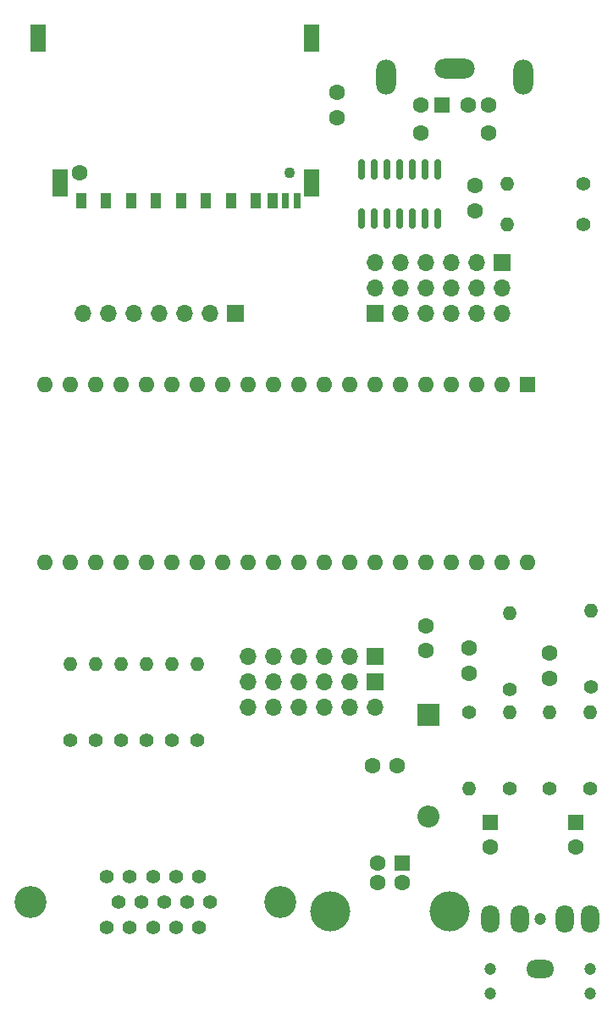
<source format=gts>
G04 #@! TF.GenerationSoftware,KiCad,Pcbnew,(6.0.1)*
G04 #@! TF.CreationDate,2022-06-18T08:47:22-04:00*
G04 #@! TF.ProjectId,PiPicoMite03,50695069-636f-44d6-9974-6530332e6b69,2*
G04 #@! TF.SameCoordinates,Original*
G04 #@! TF.FileFunction,Soldermask,Top*
G04 #@! TF.FilePolarity,Negative*
%FSLAX46Y46*%
G04 Gerber Fmt 4.6, Leading zero omitted, Abs format (unit mm)*
G04 Created by KiCad (PCBNEW (6.0.1)) date 2022-06-18 08:47:22*
%MOMM*%
%LPD*%
G01*
G04 APERTURE LIST*
G04 Aperture macros list*
%AMRoundRect*
0 Rectangle with rounded corners*
0 $1 Rounding radius*
0 $2 $3 $4 $5 $6 $7 $8 $9 X,Y pos of 4 corners*
0 Add a 4 corners polygon primitive as box body*
4,1,4,$2,$3,$4,$5,$6,$7,$8,$9,$2,$3,0*
0 Add four circle primitives for the rounded corners*
1,1,$1+$1,$2,$3*
1,1,$1+$1,$4,$5*
1,1,$1+$1,$6,$7*
1,1,$1+$1,$8,$9*
0 Add four rect primitives between the rounded corners*
20,1,$1+$1,$2,$3,$4,$5,0*
20,1,$1+$1,$4,$5,$6,$7,0*
20,1,$1+$1,$6,$7,$8,$9,0*
20,1,$1+$1,$8,$9,$2,$3,0*%
G04 Aperture macros list end*
%ADD10R,1.700000X1.700000*%
%ADD11O,1.700000X1.700000*%
%ADD12C,3.200000*%
%ADD13C,1.397000*%
%ADD14C,1.600000*%
%ADD15C,1.100000*%
%ADD16R,1.000000X1.500000*%
%ADD17R,0.700000X1.500000*%
%ADD18R,1.500000X2.800000*%
%ADD19C,1.400000*%
%ADD20O,1.400000X1.400000*%
%ADD21R,1.600000X1.600000*%
%ADD22O,1.600000X1.600000*%
%ADD23C,4.000000*%
%ADD24R,2.200000X2.200000*%
%ADD25O,2.200000X2.200000*%
%ADD26C,1.200000*%
%ADD27O,1.800000X2.800000*%
%ADD28O,2.800000X1.800000*%
%ADD29RoundRect,0.150000X0.150000X-0.825000X0.150000X0.825000X-0.150000X0.825000X-0.150000X-0.825000X0*%
%ADD30O,2.000000X3.500000*%
%ADD31O,4.000000X2.000000*%
G04 APERTURE END LIST*
D10*
X240030000Y-32258000D03*
D11*
X237490000Y-32258000D03*
X234950000Y-32258000D03*
X232410000Y-32258000D03*
X229870000Y-32258000D03*
X227330000Y-32258000D03*
X224790000Y-32258000D03*
D12*
X244561510Y-91143590D03*
X219572990Y-91143590D03*
D13*
X236377630Y-88603590D03*
X234086550Y-88603590D03*
X231800550Y-88603590D03*
X229506930Y-88603590D03*
X227218390Y-88603590D03*
X237523170Y-91143590D03*
X235232090Y-91143590D03*
X232941010Y-91143590D03*
X230652470Y-91143590D03*
X228361390Y-91143590D03*
X236377630Y-93683590D03*
X234086550Y-93683590D03*
X231798010Y-93681050D03*
X229506930Y-93683590D03*
X227218390Y-93683590D03*
D14*
X224500000Y-18255500D03*
D15*
X245500000Y-18255500D03*
D16*
X227120000Y-21055500D03*
X229620000Y-21055500D03*
X232120000Y-21055500D03*
X234620000Y-21055500D03*
X237120000Y-21055500D03*
X239620000Y-21055500D03*
X242040000Y-21055500D03*
X243740000Y-21055500D03*
X224620000Y-21055500D03*
D17*
X245080000Y-21055500D03*
X246220000Y-21055500D03*
D18*
X222550000Y-19255500D03*
X247650000Y-19255500D03*
X247650000Y-4755500D03*
X220350000Y-4755500D03*
D19*
X236220000Y-74930000D03*
D20*
X236220000Y-67310000D03*
D19*
X233680000Y-74930000D03*
D20*
X233680000Y-67310000D03*
D19*
X267462000Y-69850000D03*
D20*
X267462000Y-62230000D03*
D19*
X231140000Y-74930000D03*
D20*
X231140000Y-67310000D03*
D19*
X228600000Y-74930000D03*
D20*
X228600000Y-67310000D03*
D19*
X226060000Y-74930000D03*
D20*
X226060000Y-67310000D03*
D19*
X223520000Y-74930000D03*
D20*
X223520000Y-67310000D03*
D21*
X269240000Y-39365000D03*
D22*
X266700000Y-39365000D03*
X264160000Y-39365000D03*
X261620000Y-39365000D03*
X259080000Y-39365000D03*
X256540000Y-39365000D03*
X254000000Y-39365000D03*
X251460000Y-39365000D03*
X248920000Y-39365000D03*
X246380000Y-39365000D03*
X243840000Y-39365000D03*
X241300000Y-39365000D03*
X238760000Y-39365000D03*
X236220000Y-39365000D03*
X233680000Y-39365000D03*
X231140000Y-39365000D03*
X228600000Y-39365000D03*
X226060000Y-39365000D03*
X223520000Y-39365000D03*
X220980000Y-39365000D03*
X220980000Y-57145000D03*
X223520000Y-57145000D03*
X226060000Y-57145000D03*
X228600000Y-57145000D03*
X231140000Y-57145000D03*
X233680000Y-57145000D03*
X236220000Y-57145000D03*
X238760000Y-57145000D03*
X241300000Y-57145000D03*
X243840000Y-57145000D03*
X246380000Y-57145000D03*
X248920000Y-57145000D03*
X251460000Y-57145000D03*
X254000000Y-57145000D03*
X256540000Y-57145000D03*
X259080000Y-57145000D03*
X261620000Y-57145000D03*
X264160000Y-57145000D03*
X266700000Y-57145000D03*
X269240000Y-57145000D03*
D21*
X256750000Y-87212500D03*
D14*
X254250000Y-87212500D03*
X254250000Y-89212500D03*
X256750000Y-89212500D03*
D23*
X249500000Y-92072500D03*
X261500000Y-92072500D03*
D21*
X265500000Y-83122888D03*
D14*
X265500000Y-85622888D03*
X263398000Y-68250000D03*
X263398000Y-65750000D03*
D19*
X271500000Y-79756000D03*
D20*
X271500000Y-72136000D03*
D19*
X267500000Y-79756000D03*
D20*
X267500000Y-72136000D03*
D14*
X264000000Y-19500000D03*
X264000000Y-22000000D03*
D10*
X254000000Y-69088000D03*
D11*
X254000000Y-71628000D03*
X251460000Y-69088000D03*
X251460000Y-71628000D03*
X248920000Y-69088000D03*
X248920000Y-71628000D03*
X246380000Y-69088000D03*
X246380000Y-71628000D03*
X243840000Y-69088000D03*
X243840000Y-71628000D03*
X241300000Y-69088000D03*
X241300000Y-71628000D03*
D10*
X266700000Y-27178000D03*
D11*
X266700000Y-29718000D03*
X264160000Y-27178000D03*
X264160000Y-29718000D03*
X261620000Y-27178000D03*
X261620000Y-29718000D03*
X259080000Y-27178000D03*
X259080000Y-29718000D03*
X256540000Y-27178000D03*
X256540000Y-29718000D03*
X254000000Y-27178000D03*
X254000000Y-29718000D03*
D10*
X254000000Y-66548000D03*
D11*
X251460000Y-66548000D03*
X248920000Y-66548000D03*
X246380000Y-66548000D03*
X243840000Y-66548000D03*
X241300000Y-66548000D03*
D24*
X259334000Y-72390000D03*
D25*
X259334000Y-82550000D03*
D14*
X271500000Y-68750000D03*
X271500000Y-66250000D03*
X250190000Y-12680000D03*
X250190000Y-10180000D03*
D26*
X265500000Y-97774000D03*
X275500000Y-97774000D03*
X275500000Y-100274000D03*
X265500000Y-100274000D03*
X270500000Y-92774000D03*
D27*
X265500000Y-92774000D03*
X268500000Y-92774000D03*
D28*
X270500000Y-97774000D03*
D27*
X275500000Y-92774000D03*
X273000000Y-92774000D03*
D19*
X263398000Y-72136000D03*
D20*
X263398000Y-79756000D03*
D19*
X274828000Y-23368000D03*
D20*
X267208000Y-23368000D03*
D19*
X274828000Y-19304000D03*
D20*
X267208000Y-19304000D03*
D21*
X274066000Y-83122888D03*
D14*
X274066000Y-85622888D03*
D29*
X252690000Y-22795000D03*
X253960000Y-22795000D03*
X255230000Y-22795000D03*
X256500000Y-22795000D03*
X257770000Y-22795000D03*
X259040000Y-22795000D03*
X260310000Y-22795000D03*
X260310000Y-17845000D03*
X259040000Y-17845000D03*
X257770000Y-17845000D03*
X256500000Y-17845000D03*
X255230000Y-17845000D03*
X253960000Y-17845000D03*
X252690000Y-17845000D03*
D14*
X259080000Y-63500000D03*
X259080000Y-66000000D03*
D21*
X260690106Y-11475001D03*
D14*
X263290106Y-11475001D03*
X258590106Y-11475001D03*
X265390106Y-11475001D03*
X258590106Y-14275001D03*
X265390106Y-14275001D03*
D30*
X268840106Y-8625001D03*
X255140106Y-8625001D03*
D31*
X261990106Y-7825001D03*
D14*
X256250000Y-77500000D03*
X253750000Y-77500000D03*
D19*
X275500000Y-79756000D03*
D20*
X275500000Y-72136000D03*
D19*
X275590000Y-69596000D03*
D20*
X275590000Y-61976000D03*
D10*
X254000000Y-32258000D03*
D11*
X256540000Y-32258000D03*
X259080000Y-32258000D03*
X261620000Y-32258000D03*
X264160000Y-32258000D03*
X266700000Y-32258000D03*
M02*

</source>
